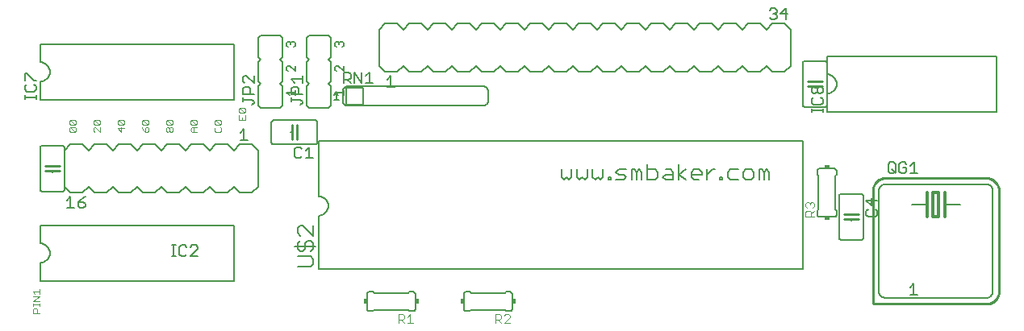
<source format=gto>
G75*
%MOIN*%
%OFA0B0*%
%FSLAX24Y24*%
%IPPOS*%
%LPD*%
%AMOC8*
5,1,8,0,0,1.08239X$1,22.5*
%
%ADD10C,0.0030*%
%ADD11C,0.0060*%
%ADD12C,0.0050*%
%ADD13C,0.0100*%
%ADD14C,0.0120*%
%ADD15C,0.0040*%
%ADD16R,0.0150X0.0200*%
%ADD17R,0.0200X0.0150*%
D10*
X000611Y002195D02*
X000611Y002340D01*
X000660Y002388D01*
X000757Y002388D01*
X000805Y002340D01*
X000805Y002195D01*
X000902Y002195D02*
X000611Y002195D01*
X000611Y002490D02*
X000611Y002586D01*
X000611Y002538D02*
X000902Y002538D01*
X000902Y002490D02*
X000902Y002586D01*
X000902Y002686D02*
X000611Y002686D01*
X000902Y002880D01*
X000611Y002880D01*
X000708Y002981D02*
X000611Y003077D01*
X000902Y003077D01*
X000902Y002981D02*
X000902Y003174D01*
X002160Y009695D02*
X002111Y009743D01*
X002111Y009840D01*
X002160Y009888D01*
X002353Y009695D01*
X002402Y009743D01*
X002402Y009840D01*
X002353Y009888D01*
X002160Y009888D01*
X002160Y009990D02*
X002111Y010038D01*
X002111Y010135D01*
X002160Y010183D01*
X002353Y009990D01*
X002402Y010038D01*
X002402Y010135D01*
X002353Y010183D01*
X002160Y010183D01*
X002160Y009990D02*
X002353Y009990D01*
X002353Y009695D02*
X002160Y009695D01*
X003111Y009743D02*
X003160Y009695D01*
X003111Y009743D02*
X003111Y009840D01*
X003160Y009888D01*
X003208Y009888D01*
X003402Y009695D01*
X003402Y009888D01*
X003353Y009990D02*
X003160Y009990D01*
X003111Y010038D01*
X003111Y010135D01*
X003160Y010183D01*
X003353Y009990D01*
X003402Y010038D01*
X003402Y010135D01*
X003353Y010183D01*
X003160Y010183D01*
X004111Y010135D02*
X004111Y010038D01*
X004160Y009990D01*
X004353Y009990D01*
X004160Y010183D01*
X004353Y010183D01*
X004402Y010135D01*
X004402Y010038D01*
X004353Y009990D01*
X004257Y009888D02*
X004257Y009695D01*
X004111Y009840D01*
X004402Y009840D01*
X004111Y010135D02*
X004160Y010183D01*
X005111Y010135D02*
X005111Y010038D01*
X005160Y009990D01*
X005353Y009990D01*
X005160Y010183D01*
X005353Y010183D01*
X005402Y010135D01*
X005402Y010038D01*
X005353Y009990D01*
X005353Y009888D02*
X005305Y009888D01*
X005257Y009840D01*
X005257Y009695D01*
X005353Y009695D01*
X005402Y009743D01*
X005402Y009840D01*
X005353Y009888D01*
X005160Y009792D02*
X005257Y009695D01*
X005160Y009792D02*
X005111Y009888D01*
X005111Y010135D02*
X005160Y010183D01*
X006111Y010135D02*
X006111Y010038D01*
X006160Y009990D01*
X006353Y009990D01*
X006160Y010183D01*
X006353Y010183D01*
X006402Y010135D01*
X006402Y010038D01*
X006353Y009990D01*
X006353Y009888D02*
X006402Y009840D01*
X006402Y009743D01*
X006353Y009695D01*
X006305Y009695D01*
X006257Y009743D01*
X006257Y009840D01*
X006305Y009888D01*
X006353Y009888D01*
X006257Y009840D02*
X006208Y009888D01*
X006160Y009888D01*
X006111Y009840D01*
X006111Y009743D01*
X006160Y009695D01*
X006208Y009695D01*
X006257Y009743D01*
X007111Y009792D02*
X007208Y009888D01*
X007402Y009888D01*
X007353Y009990D02*
X007160Y010183D01*
X007353Y010183D01*
X007402Y010135D01*
X007402Y010038D01*
X007353Y009990D01*
X007160Y009990D01*
X007111Y010038D01*
X007111Y010135D01*
X007160Y010183D01*
X007257Y009888D02*
X007257Y009695D01*
X007208Y009695D02*
X007111Y009792D01*
X007208Y009695D02*
X007402Y009695D01*
X008111Y009743D02*
X008111Y009840D01*
X008160Y009888D01*
X008160Y009990D02*
X008111Y010038D01*
X008111Y010135D01*
X008160Y010183D01*
X008353Y009990D01*
X008402Y010038D01*
X008402Y010135D01*
X008353Y010183D01*
X008160Y010183D01*
X008160Y009990D02*
X008353Y009990D01*
X008353Y009888D02*
X008402Y009840D01*
X008402Y009743D01*
X008353Y009695D01*
X008160Y009695D01*
X008111Y009743D01*
X009111Y010195D02*
X009402Y010195D01*
X009402Y010388D01*
X009353Y010490D02*
X009160Y010683D01*
X009353Y010683D01*
X009402Y010635D01*
X009402Y010538D01*
X009353Y010490D01*
X009160Y010490D01*
X009111Y010538D01*
X009111Y010635D01*
X009160Y010683D01*
X009111Y010388D02*
X009111Y010195D01*
X009257Y010195D02*
X009257Y010292D01*
X006160Y010183D02*
X006111Y010135D01*
D11*
X006167Y009180D02*
X006667Y009180D01*
X006917Y008930D01*
X007167Y009180D01*
X007667Y009180D01*
X007917Y008930D01*
X008167Y009180D01*
X008667Y009180D01*
X008917Y008930D01*
X009167Y009180D01*
X009667Y009180D01*
X009917Y008930D01*
X009917Y007430D01*
X009667Y007180D01*
X009167Y007180D01*
X008917Y007430D01*
X008667Y007180D01*
X008167Y007180D01*
X007917Y007430D01*
X007667Y007180D01*
X007167Y007180D01*
X006917Y007430D01*
X006667Y007180D01*
X006167Y007180D01*
X005917Y007430D01*
X005667Y007180D01*
X005167Y007180D01*
X004917Y007430D01*
X004667Y007180D01*
X004167Y007180D01*
X003917Y007430D01*
X003667Y007180D01*
X003167Y007180D01*
X002917Y007430D01*
X002667Y007180D01*
X002167Y007180D01*
X001917Y007430D01*
X001917Y008930D01*
X002167Y009180D01*
X002667Y009180D01*
X002917Y008930D01*
X003167Y009180D01*
X003667Y009180D01*
X003917Y008930D01*
X004167Y009180D01*
X004667Y009180D01*
X004917Y008930D01*
X005167Y009180D01*
X005667Y009180D01*
X005917Y008930D01*
X006167Y009180D01*
X009917Y010780D02*
X010017Y010680D01*
X010817Y010680D01*
X010917Y010780D01*
X010917Y011580D01*
X010817Y011680D01*
X010917Y011780D01*
X010917Y012580D01*
X010817Y012680D01*
X010917Y012780D01*
X010917Y013580D01*
X010817Y013680D01*
X010017Y013680D01*
X009917Y013580D01*
X009917Y012780D01*
X010017Y012680D01*
X009917Y012580D01*
X009917Y011780D01*
X010017Y011680D01*
X009917Y011580D01*
X009917Y010780D01*
X008917Y011030D02*
X008917Y013330D01*
X000917Y013330D01*
X000917Y012580D01*
X000956Y012578D01*
X000995Y012572D01*
X001033Y012563D01*
X001070Y012550D01*
X001106Y012533D01*
X001139Y012513D01*
X001171Y012489D01*
X001200Y012463D01*
X001226Y012434D01*
X001250Y012402D01*
X001270Y012369D01*
X001287Y012333D01*
X001300Y012296D01*
X001309Y012258D01*
X001315Y012219D01*
X001317Y012180D01*
X001315Y012141D01*
X001309Y012102D01*
X001300Y012064D01*
X001287Y012027D01*
X001270Y011991D01*
X001250Y011958D01*
X001226Y011926D01*
X001200Y011897D01*
X001171Y011871D01*
X001139Y011847D01*
X001106Y011827D01*
X001070Y011810D01*
X001033Y011797D01*
X000995Y011788D01*
X000956Y011782D01*
X000917Y011780D01*
X000917Y011030D01*
X008917Y011030D01*
X010567Y010180D02*
X012267Y010180D01*
X012284Y010178D01*
X012301Y010174D01*
X012317Y010167D01*
X012331Y010157D01*
X012344Y010144D01*
X012354Y010130D01*
X012361Y010114D01*
X012365Y010097D01*
X012367Y010080D01*
X012367Y009280D01*
X012417Y009330D02*
X012417Y007030D01*
X012456Y007028D01*
X012495Y007022D01*
X012533Y007013D01*
X012570Y007000D01*
X012606Y006983D01*
X012639Y006963D01*
X012671Y006939D01*
X012700Y006913D01*
X012726Y006884D01*
X012750Y006852D01*
X012770Y006819D01*
X012787Y006783D01*
X012800Y006746D01*
X012809Y006708D01*
X012815Y006669D01*
X012817Y006630D01*
X012815Y006591D01*
X012809Y006552D01*
X012800Y006514D01*
X012787Y006477D01*
X012770Y006441D01*
X012750Y006408D01*
X012726Y006376D01*
X012700Y006347D01*
X012671Y006321D01*
X012639Y006297D01*
X012606Y006277D01*
X012570Y006260D01*
X012533Y006247D01*
X012495Y006238D01*
X012456Y006232D01*
X012417Y006230D01*
X012417Y004030D01*
X032417Y004030D01*
X032417Y009330D01*
X012417Y009330D01*
X012367Y009280D02*
X012365Y009263D01*
X012361Y009246D01*
X012354Y009230D01*
X012344Y009216D01*
X012331Y009203D01*
X012317Y009193D01*
X012301Y009186D01*
X012284Y009182D01*
X012267Y009180D01*
X010567Y009180D01*
X010550Y009182D01*
X010533Y009186D01*
X010517Y009193D01*
X010503Y009203D01*
X010490Y009216D01*
X010480Y009230D01*
X010473Y009246D01*
X010469Y009263D01*
X010467Y009280D01*
X010467Y010080D01*
X010469Y010097D01*
X010473Y010114D01*
X010480Y010130D01*
X010490Y010144D01*
X010503Y010157D01*
X010517Y010167D01*
X010533Y010174D01*
X010550Y010178D01*
X010567Y010180D01*
X011267Y009680D02*
X011317Y009680D01*
X011517Y009680D02*
X011567Y009680D01*
X012017Y010680D02*
X011917Y010780D01*
X011917Y011580D01*
X012017Y011680D01*
X011917Y011780D01*
X011917Y012580D01*
X012017Y012680D01*
X011917Y012780D01*
X011917Y013580D01*
X012017Y013680D01*
X012817Y013680D01*
X012917Y013580D01*
X012917Y012780D01*
X012817Y012680D01*
X012917Y012580D01*
X012917Y011780D01*
X012817Y011680D01*
X012917Y011580D01*
X012917Y010780D01*
X012817Y010680D01*
X012017Y010680D01*
X013417Y010980D02*
X013417Y011380D01*
X013419Y011406D01*
X013424Y011432D01*
X013432Y011457D01*
X013444Y011480D01*
X013458Y011502D01*
X013476Y011521D01*
X013495Y011539D01*
X013517Y011553D01*
X013540Y011565D01*
X013565Y011573D01*
X013591Y011578D01*
X013617Y011580D01*
X019217Y011580D01*
X019243Y011578D01*
X019269Y011573D01*
X019294Y011565D01*
X019317Y011553D01*
X019339Y011539D01*
X019358Y011521D01*
X019376Y011502D01*
X019390Y011480D01*
X019402Y011457D01*
X019410Y011432D01*
X019415Y011406D01*
X019417Y011380D01*
X019417Y010980D01*
X019415Y010954D01*
X019410Y010928D01*
X019402Y010903D01*
X019390Y010880D01*
X019376Y010858D01*
X019358Y010839D01*
X019339Y010821D01*
X019317Y010807D01*
X019294Y010795D01*
X019269Y010787D01*
X019243Y010782D01*
X019217Y010780D01*
X013617Y010780D01*
X013567Y010830D02*
X013567Y011530D01*
X014267Y011530D01*
X014267Y010830D01*
X013567Y010830D01*
X013617Y010780D02*
X013591Y010782D01*
X013565Y010787D01*
X013540Y010795D01*
X013517Y010807D01*
X013495Y010821D01*
X013476Y010839D01*
X013458Y010858D01*
X013444Y010880D01*
X013432Y010903D01*
X013424Y010928D01*
X013419Y010954D01*
X013417Y010980D01*
X014917Y012430D02*
X015167Y012180D01*
X015667Y012180D01*
X015917Y012430D01*
X016167Y012180D01*
X016667Y012180D01*
X016917Y012430D01*
X017167Y012180D01*
X017667Y012180D01*
X017917Y012430D01*
X018167Y012180D01*
X018667Y012180D01*
X018917Y012430D01*
X019167Y012180D01*
X019667Y012180D01*
X019917Y012430D01*
X020167Y012180D01*
X020667Y012180D01*
X020917Y012430D01*
X021167Y012180D01*
X021667Y012180D01*
X021917Y012430D01*
X022167Y012180D01*
X022667Y012180D01*
X022917Y012430D01*
X023167Y012180D01*
X023667Y012180D01*
X023917Y012430D01*
X024167Y012180D01*
X024667Y012180D01*
X024917Y012430D01*
X025167Y012180D01*
X025667Y012180D01*
X025917Y012430D01*
X026167Y012180D01*
X026667Y012180D01*
X026917Y012430D01*
X027167Y012180D01*
X027667Y012180D01*
X027917Y012430D01*
X028167Y012180D01*
X028667Y012180D01*
X028917Y012430D01*
X029167Y012180D01*
X029667Y012180D01*
X029917Y012430D01*
X030167Y012180D01*
X030667Y012180D01*
X030917Y012430D01*
X031167Y012180D01*
X031667Y012180D01*
X031917Y012430D01*
X031917Y013930D01*
X031667Y014180D01*
X031167Y014180D01*
X030917Y013930D01*
X030667Y014180D01*
X030167Y014180D01*
X029917Y013930D01*
X029667Y014180D01*
X029167Y014180D01*
X028917Y013930D01*
X028667Y014180D01*
X028167Y014180D01*
X027917Y013930D01*
X027667Y014180D01*
X027167Y014180D01*
X026917Y013930D01*
X026667Y014180D01*
X026167Y014180D01*
X025917Y013930D01*
X025667Y014180D01*
X025167Y014180D01*
X024917Y013930D01*
X024667Y014180D01*
X024167Y014180D01*
X023917Y013930D01*
X023667Y014180D01*
X023167Y014180D01*
X022917Y013930D01*
X022667Y014180D01*
X022167Y014180D01*
X021917Y013930D01*
X021667Y014180D01*
X021167Y014180D01*
X020917Y013930D01*
X020667Y014180D01*
X020167Y014180D01*
X019917Y013930D01*
X019667Y014180D01*
X019167Y014180D01*
X018917Y013930D01*
X018667Y014180D01*
X018167Y014180D01*
X017917Y013930D01*
X017667Y014180D01*
X017167Y014180D01*
X016917Y013930D01*
X016667Y014180D01*
X016167Y014180D01*
X015917Y013930D01*
X015667Y014180D01*
X015167Y014180D01*
X014917Y013930D01*
X014917Y012430D01*
X025992Y008351D02*
X025992Y007710D01*
X026312Y007710D01*
X026419Y007817D01*
X026419Y008030D01*
X026312Y008137D01*
X025992Y008137D01*
X025774Y008030D02*
X025774Y007710D01*
X025561Y007710D02*
X025561Y008030D01*
X025667Y008137D01*
X025774Y008030D01*
X025561Y008030D02*
X025454Y008137D01*
X025347Y008137D01*
X025347Y007710D01*
X025130Y007817D02*
X025023Y007924D01*
X024809Y007924D01*
X024703Y008030D01*
X024809Y008137D01*
X025130Y008137D01*
X025130Y007817D02*
X025023Y007710D01*
X024703Y007710D01*
X024487Y007710D02*
X024380Y007710D01*
X024380Y007817D01*
X024487Y007817D01*
X024487Y007710D01*
X024163Y007817D02*
X024163Y008137D01*
X023736Y008137D02*
X023736Y007817D01*
X023843Y007710D01*
X023949Y007817D01*
X024056Y007710D01*
X024163Y007817D01*
X023518Y007817D02*
X023518Y008137D01*
X023091Y008137D02*
X023091Y007817D01*
X023198Y007710D01*
X023305Y007817D01*
X023411Y007710D01*
X023518Y007817D01*
X022874Y007817D02*
X022874Y008137D01*
X022447Y008137D02*
X022447Y007817D01*
X022553Y007710D01*
X022660Y007817D01*
X022767Y007710D01*
X022874Y007817D01*
X026636Y007817D02*
X026743Y007924D01*
X027063Y007924D01*
X027063Y008030D02*
X027063Y007710D01*
X026743Y007710D01*
X026636Y007817D01*
X026743Y008137D02*
X026957Y008137D01*
X027063Y008030D01*
X027281Y007924D02*
X027601Y008137D01*
X027818Y008030D02*
X027925Y008137D01*
X028138Y008137D01*
X028245Y008030D01*
X028245Y007924D01*
X027818Y007924D01*
X027818Y008030D02*
X027818Y007817D01*
X027925Y007710D01*
X028138Y007710D01*
X028462Y007710D02*
X028462Y008137D01*
X028462Y007924D02*
X028676Y008137D01*
X028783Y008137D01*
X029322Y008030D02*
X029322Y007817D01*
X029429Y007710D01*
X029749Y007710D01*
X029966Y007817D02*
X030073Y007710D01*
X030287Y007710D01*
X030393Y007817D01*
X030393Y008030D01*
X030287Y008137D01*
X030073Y008137D01*
X029966Y008030D01*
X029966Y007817D01*
X029749Y008137D02*
X029429Y008137D01*
X029322Y008030D01*
X029106Y007817D02*
X029106Y007710D01*
X029000Y007710D01*
X029000Y007817D01*
X029106Y007817D01*
X027601Y007710D02*
X027281Y007924D01*
X027281Y007710D02*
X027281Y008351D01*
X030611Y008137D02*
X030611Y007710D01*
X030824Y007710D02*
X030824Y008030D01*
X030931Y008137D01*
X031038Y008030D01*
X031038Y007710D01*
X030824Y008030D02*
X030718Y008137D01*
X030611Y008137D01*
X033017Y008080D02*
X033017Y007930D01*
X033067Y007880D01*
X033067Y006480D01*
X033017Y006430D01*
X033017Y006280D01*
X033019Y006263D01*
X033023Y006246D01*
X033030Y006230D01*
X033040Y006216D01*
X033053Y006203D01*
X033067Y006193D01*
X033083Y006186D01*
X033100Y006182D01*
X033117Y006180D01*
X033717Y006180D01*
X033734Y006182D01*
X033751Y006186D01*
X033767Y006193D01*
X033781Y006203D01*
X033794Y006216D01*
X033804Y006230D01*
X033811Y006246D01*
X033815Y006263D01*
X033817Y006280D01*
X033817Y006430D01*
X033767Y006480D01*
X033767Y007880D01*
X033817Y007930D01*
X033817Y008080D01*
X033815Y008097D01*
X033811Y008114D01*
X033804Y008130D01*
X033794Y008144D01*
X033781Y008157D01*
X033767Y008167D01*
X033751Y008174D01*
X033734Y008178D01*
X033717Y008180D01*
X033117Y008180D01*
X033100Y008178D01*
X033083Y008174D01*
X033067Y008167D01*
X033053Y008157D01*
X033040Y008144D01*
X033030Y008130D01*
X033023Y008114D01*
X033019Y008097D01*
X033017Y008080D01*
X034017Y007130D02*
X034817Y007130D01*
X034834Y007128D01*
X034851Y007124D01*
X034867Y007117D01*
X034881Y007107D01*
X034894Y007094D01*
X034904Y007080D01*
X034911Y007064D01*
X034915Y007047D01*
X034917Y007030D01*
X034917Y005330D01*
X034915Y005313D01*
X034911Y005296D01*
X034904Y005280D01*
X034894Y005266D01*
X034881Y005253D01*
X034867Y005243D01*
X034851Y005236D01*
X034834Y005232D01*
X034817Y005230D01*
X034017Y005230D01*
X034000Y005232D01*
X033983Y005236D01*
X033967Y005243D01*
X033953Y005253D01*
X033940Y005266D01*
X033930Y005280D01*
X033923Y005296D01*
X033919Y005313D01*
X033917Y005330D01*
X033917Y007030D01*
X033919Y007047D01*
X033923Y007064D01*
X033930Y007080D01*
X033940Y007094D01*
X033953Y007107D01*
X033967Y007117D01*
X033983Y007124D01*
X034000Y007128D01*
X034017Y007130D01*
X035567Y007280D02*
X035567Y003080D01*
X035569Y003050D01*
X035574Y003020D01*
X035583Y002991D01*
X035596Y002964D01*
X035611Y002938D01*
X035630Y002914D01*
X035651Y002893D01*
X035675Y002874D01*
X035701Y002859D01*
X035728Y002846D01*
X035757Y002837D01*
X035787Y002832D01*
X035817Y002830D01*
X040017Y002830D01*
X040047Y002832D01*
X040077Y002837D01*
X040106Y002846D01*
X040133Y002859D01*
X040159Y002874D01*
X040183Y002893D01*
X040204Y002914D01*
X040223Y002938D01*
X040238Y002964D01*
X040251Y002991D01*
X040260Y003020D01*
X040265Y003050D01*
X040267Y003080D01*
X040267Y007280D01*
X040265Y007310D01*
X040260Y007340D01*
X040251Y007369D01*
X040238Y007396D01*
X040223Y007422D01*
X040204Y007446D01*
X040183Y007467D01*
X040159Y007486D01*
X040133Y007501D01*
X040106Y007514D01*
X040077Y007523D01*
X040047Y007528D01*
X040017Y007530D01*
X035817Y007530D01*
X035787Y007528D01*
X035757Y007523D01*
X035728Y007514D01*
X035701Y007501D01*
X035675Y007486D01*
X035651Y007467D01*
X035630Y007446D01*
X035611Y007422D01*
X035596Y007396D01*
X035583Y007369D01*
X035574Y007340D01*
X035569Y007310D01*
X035567Y007280D01*
X036917Y006680D02*
X037547Y006680D01*
X038287Y006680D02*
X038917Y006680D01*
X034417Y006330D02*
X034417Y006280D01*
X034417Y006080D02*
X034417Y006030D01*
X033417Y010530D02*
X033417Y011280D01*
X032917Y011530D02*
X032917Y011580D01*
X033417Y011280D02*
X033456Y011282D01*
X033495Y011288D01*
X033533Y011297D01*
X033570Y011310D01*
X033606Y011327D01*
X033639Y011347D01*
X033671Y011371D01*
X033700Y011397D01*
X033726Y011426D01*
X033750Y011458D01*
X033770Y011491D01*
X033787Y011527D01*
X033800Y011564D01*
X033809Y011602D01*
X033815Y011641D01*
X033817Y011680D01*
X033815Y011719D01*
X033809Y011758D01*
X033800Y011796D01*
X033787Y011833D01*
X033770Y011869D01*
X033750Y011902D01*
X033726Y011934D01*
X033700Y011963D01*
X033671Y011989D01*
X033639Y012013D01*
X033606Y012033D01*
X033570Y012050D01*
X033533Y012063D01*
X033495Y012072D01*
X033456Y012078D01*
X033417Y012080D01*
X033417Y012830D01*
X040417Y012830D01*
X040417Y010530D01*
X033417Y010530D01*
X033317Y010730D02*
X032517Y010730D01*
X032500Y010732D01*
X032483Y010736D01*
X032467Y010743D01*
X032453Y010753D01*
X032440Y010766D01*
X032430Y010780D01*
X032423Y010796D01*
X032419Y010813D01*
X032417Y010830D01*
X032417Y012530D01*
X032419Y012547D01*
X032423Y012564D01*
X032430Y012580D01*
X032440Y012594D01*
X032453Y012607D01*
X032467Y012617D01*
X032483Y012624D01*
X032500Y012628D01*
X032517Y012630D01*
X033317Y012630D01*
X033334Y012628D01*
X033351Y012624D01*
X033367Y012617D01*
X033381Y012607D01*
X033394Y012594D01*
X033404Y012580D01*
X033411Y012564D01*
X033415Y012547D01*
X033417Y012530D01*
X033417Y010830D01*
X033415Y010813D01*
X033411Y010796D01*
X033404Y010780D01*
X033394Y010766D01*
X033381Y010753D01*
X033367Y010743D01*
X033351Y010736D01*
X033334Y010732D01*
X033317Y010730D01*
X032917Y011780D02*
X032917Y011830D01*
X012187Y005826D02*
X012187Y005399D01*
X011760Y005826D01*
X011653Y005826D01*
X011546Y005719D01*
X011546Y005506D01*
X011653Y005399D01*
X011653Y005182D02*
X011546Y005075D01*
X011546Y004861D01*
X011653Y004755D01*
X011760Y004755D01*
X011866Y004861D01*
X011866Y005075D01*
X011973Y005182D01*
X012080Y005182D01*
X012187Y005075D01*
X012187Y004861D01*
X012080Y004755D01*
X012080Y004537D02*
X011546Y004537D01*
X012080Y004537D02*
X012187Y004430D01*
X012187Y004217D01*
X012080Y004110D01*
X011546Y004110D01*
X011439Y004968D02*
X012293Y004968D01*
X008917Y005830D02*
X008917Y003530D01*
X000917Y003530D01*
X000917Y004280D01*
X000956Y004282D01*
X000995Y004288D01*
X001033Y004297D01*
X001070Y004310D01*
X001106Y004327D01*
X001139Y004347D01*
X001171Y004371D01*
X001200Y004397D01*
X001226Y004426D01*
X001250Y004458D01*
X001270Y004491D01*
X001287Y004527D01*
X001300Y004564D01*
X001309Y004602D01*
X001315Y004641D01*
X001317Y004680D01*
X001315Y004719D01*
X001309Y004758D01*
X001300Y004796D01*
X001287Y004833D01*
X001270Y004869D01*
X001250Y004902D01*
X001226Y004934D01*
X001200Y004963D01*
X001171Y004989D01*
X001139Y005013D01*
X001106Y005033D01*
X001070Y005050D01*
X001033Y005063D01*
X000995Y005072D01*
X000956Y005078D01*
X000917Y005080D01*
X000917Y005830D01*
X008917Y005830D01*
X001917Y007330D02*
X001917Y009030D01*
X001915Y009047D01*
X001911Y009064D01*
X001904Y009080D01*
X001894Y009094D01*
X001881Y009107D01*
X001867Y009117D01*
X001851Y009124D01*
X001834Y009128D01*
X001817Y009130D01*
X001017Y009130D01*
X001000Y009128D01*
X000983Y009124D01*
X000967Y009117D01*
X000953Y009107D01*
X000940Y009094D01*
X000930Y009080D01*
X000923Y009064D01*
X000919Y009047D01*
X000917Y009030D01*
X000917Y007330D01*
X000919Y007313D01*
X000923Y007296D01*
X000930Y007280D01*
X000940Y007266D01*
X000953Y007253D01*
X000967Y007243D01*
X000983Y007236D01*
X001000Y007232D01*
X001017Y007230D01*
X001817Y007230D01*
X001834Y007232D01*
X001851Y007236D01*
X001867Y007243D01*
X001881Y007253D01*
X001894Y007266D01*
X001904Y007280D01*
X001911Y007296D01*
X001915Y007313D01*
X001917Y007330D01*
X001417Y008030D02*
X001417Y008080D01*
X001417Y008280D02*
X001417Y008330D01*
X014517Y003080D02*
X014667Y003080D01*
X014717Y003030D01*
X016117Y003030D01*
X016167Y003080D01*
X016317Y003080D01*
X016334Y003078D01*
X016351Y003074D01*
X016367Y003067D01*
X016381Y003057D01*
X016394Y003044D01*
X016404Y003030D01*
X016411Y003014D01*
X016415Y002997D01*
X016417Y002980D01*
X016417Y002380D01*
X016415Y002363D01*
X016411Y002346D01*
X016404Y002330D01*
X016394Y002316D01*
X016381Y002303D01*
X016367Y002293D01*
X016351Y002286D01*
X016334Y002282D01*
X016317Y002280D01*
X016167Y002280D01*
X016117Y002330D01*
X014717Y002330D01*
X014667Y002280D01*
X014517Y002280D01*
X014500Y002282D01*
X014483Y002286D01*
X014467Y002293D01*
X014453Y002303D01*
X014440Y002316D01*
X014430Y002330D01*
X014423Y002346D01*
X014419Y002363D01*
X014417Y002380D01*
X014417Y002980D01*
X014419Y002997D01*
X014423Y003014D01*
X014430Y003030D01*
X014440Y003044D01*
X014453Y003057D01*
X014467Y003067D01*
X014483Y003074D01*
X014500Y003078D01*
X014517Y003080D01*
X018417Y002980D02*
X018417Y002380D01*
X018419Y002363D01*
X018423Y002346D01*
X018430Y002330D01*
X018440Y002316D01*
X018453Y002303D01*
X018467Y002293D01*
X018483Y002286D01*
X018500Y002282D01*
X018517Y002280D01*
X018667Y002280D01*
X018717Y002330D01*
X020117Y002330D01*
X020167Y002280D01*
X020317Y002280D01*
X020334Y002282D01*
X020351Y002286D01*
X020367Y002293D01*
X020381Y002303D01*
X020394Y002316D01*
X020404Y002330D01*
X020411Y002346D01*
X020415Y002363D01*
X020417Y002380D01*
X020417Y002980D01*
X020415Y002997D01*
X020411Y003014D01*
X020404Y003030D01*
X020394Y003044D01*
X020381Y003057D01*
X020367Y003067D01*
X020351Y003074D01*
X020334Y003078D01*
X020317Y003080D01*
X020167Y003080D01*
X020117Y003030D01*
X018717Y003030D01*
X018667Y003080D01*
X018517Y003080D01*
X018500Y003078D01*
X018483Y003074D01*
X018467Y003067D01*
X018453Y003057D01*
X018440Y003044D01*
X018430Y003030D01*
X018423Y003014D01*
X018419Y002997D01*
X018417Y002980D01*
D12*
X007432Y004555D02*
X007131Y004555D01*
X007432Y004855D01*
X007432Y004930D01*
X007356Y005005D01*
X007206Y005005D01*
X007131Y004930D01*
X006971Y004930D02*
X006896Y005005D01*
X006746Y005005D01*
X006671Y004930D01*
X006671Y004630D01*
X006746Y004555D01*
X006896Y004555D01*
X006971Y004630D01*
X006514Y004555D02*
X006364Y004555D01*
X006439Y004555D02*
X006439Y005005D01*
X006364Y005005D02*
X006514Y005005D01*
X002782Y006630D02*
X002782Y006705D01*
X002706Y006780D01*
X002481Y006780D01*
X002481Y006630D01*
X002556Y006555D01*
X002706Y006555D01*
X002782Y006630D01*
X002631Y006930D02*
X002481Y006780D01*
X002631Y006930D02*
X002782Y007005D01*
X002171Y007005D02*
X002171Y006555D01*
X002021Y006555D02*
X002321Y006555D01*
X002021Y006855D02*
X002171Y007005D01*
X009181Y009355D02*
X009482Y009355D01*
X009331Y009355D02*
X009331Y009805D01*
X009181Y009655D01*
X011421Y008980D02*
X011421Y008680D01*
X011496Y008605D01*
X011646Y008605D01*
X011721Y008680D01*
X011881Y008605D02*
X012182Y008605D01*
X012031Y008605D02*
X012031Y009055D01*
X011881Y008905D01*
X011721Y008980D02*
X011646Y009055D01*
X011496Y009055D01*
X011421Y008980D01*
X011667Y010805D02*
X011742Y010880D01*
X011742Y010955D01*
X011667Y011030D01*
X011291Y011030D01*
X011291Y010955D02*
X011291Y011105D01*
X011215Y011205D02*
X011101Y011318D01*
X011442Y011318D01*
X011442Y011205D02*
X011442Y011432D01*
X011516Y011566D02*
X011366Y011566D01*
X011291Y011491D01*
X011291Y011265D01*
X011742Y011265D01*
X011592Y011265D02*
X011592Y011491D01*
X011516Y011566D01*
X011441Y011726D02*
X011291Y011876D01*
X011742Y011876D01*
X011742Y011726D02*
X011742Y012026D01*
X011442Y012205D02*
X011215Y012432D01*
X011158Y012432D01*
X011101Y012375D01*
X011101Y012262D01*
X011158Y012205D01*
X011442Y012205D02*
X011442Y012432D01*
X013101Y012375D02*
X013101Y012262D01*
X013158Y012205D01*
X013101Y012375D02*
X013158Y012432D01*
X013215Y012432D01*
X013442Y012205D01*
X013442Y012432D01*
X013442Y012155D02*
X013667Y012155D01*
X013742Y012080D01*
X013742Y011930D01*
X013667Y011855D01*
X013442Y011855D01*
X013592Y011855D02*
X013742Y011705D01*
X013902Y011705D02*
X013902Y012155D01*
X014202Y011705D01*
X014202Y012155D01*
X014362Y012005D02*
X014513Y012155D01*
X014513Y011705D01*
X014663Y011705D02*
X014362Y011705D01*
X013442Y011705D02*
X013442Y012155D01*
X013442Y011432D02*
X013442Y011205D01*
X013442Y011318D02*
X013101Y011318D01*
X013215Y011205D01*
X013155Y011345D02*
X013155Y011005D01*
X013042Y011005D02*
X013269Y011005D01*
X013042Y011232D02*
X013155Y011345D01*
X015242Y011555D02*
X015542Y011555D01*
X015392Y011555D02*
X015392Y012005D01*
X015242Y011855D01*
X013442Y013262D02*
X013385Y013205D01*
X013442Y013262D02*
X013442Y013375D01*
X013385Y013432D01*
X013328Y013432D01*
X013272Y013375D01*
X013272Y013318D01*
X013272Y013375D02*
X013215Y013432D01*
X013158Y013432D01*
X013101Y013375D01*
X013101Y013262D01*
X013158Y013205D01*
X011442Y013262D02*
X011385Y013205D01*
X011442Y013262D02*
X011442Y013375D01*
X011385Y013432D01*
X011328Y013432D01*
X011272Y013375D01*
X011272Y013318D01*
X011272Y013375D02*
X011215Y013432D01*
X011158Y013432D01*
X011101Y013375D01*
X011101Y013262D01*
X011158Y013205D01*
X009742Y012026D02*
X009742Y011726D01*
X009441Y012026D01*
X009366Y012026D01*
X009291Y011951D01*
X009291Y011801D01*
X009366Y011726D01*
X009366Y011566D02*
X009516Y011566D01*
X009592Y011491D01*
X009592Y011265D01*
X009742Y011265D02*
X009291Y011265D01*
X009291Y011491D01*
X009366Y011566D01*
X009291Y011105D02*
X009291Y010955D01*
X009291Y011030D02*
X009667Y011030D01*
X009742Y010955D01*
X009742Y010880D01*
X009667Y010805D01*
X000742Y011055D02*
X000742Y011205D01*
X000742Y011130D02*
X000291Y011130D01*
X000291Y011055D02*
X000291Y011205D01*
X000366Y011362D02*
X000667Y011362D01*
X000742Y011437D01*
X000742Y011587D01*
X000667Y011662D01*
X000667Y011822D02*
X000742Y011822D01*
X000667Y011822D02*
X000366Y012123D01*
X000291Y012123D01*
X000291Y011822D01*
X000366Y011662D02*
X000291Y011587D01*
X000291Y011437D01*
X000366Y011362D01*
X031042Y014430D02*
X031117Y014355D01*
X031267Y014355D01*
X031342Y014430D01*
X031342Y014505D01*
X031267Y014580D01*
X031192Y014580D01*
X031267Y014580D02*
X031342Y014655D01*
X031342Y014730D01*
X031267Y014805D01*
X031117Y014805D01*
X031042Y014730D01*
X031502Y014580D02*
X031802Y014580D01*
X031727Y014355D02*
X031727Y014805D01*
X031502Y014580D01*
X032866Y011573D02*
X032941Y011573D01*
X033016Y011498D01*
X033016Y011347D01*
X032941Y011272D01*
X032866Y011272D01*
X032791Y011347D01*
X032791Y011498D01*
X032866Y011573D01*
X033016Y011498D02*
X033092Y011573D01*
X033167Y011573D01*
X033242Y011498D01*
X033242Y011347D01*
X033167Y011272D01*
X033092Y011272D01*
X033016Y011347D01*
X032866Y011112D02*
X032791Y011037D01*
X032791Y010887D01*
X032866Y010812D01*
X033167Y010812D01*
X033242Y010887D01*
X033242Y011037D01*
X033167Y011112D01*
X033242Y010655D02*
X033242Y010505D01*
X033242Y010580D02*
X032791Y010580D01*
X032791Y010505D02*
X032791Y010655D01*
X035942Y008370D02*
X036017Y008445D01*
X036167Y008445D01*
X036242Y008370D01*
X036242Y008070D01*
X036167Y007995D01*
X036017Y007995D01*
X035942Y008070D01*
X035942Y008370D01*
X036402Y008370D02*
X036402Y008070D01*
X036477Y007995D01*
X036627Y007995D01*
X036702Y008070D01*
X036702Y008220D01*
X036552Y008220D01*
X036402Y008370D02*
X036477Y008445D01*
X036627Y008445D01*
X036702Y008370D01*
X036862Y008295D02*
X037013Y008445D01*
X037013Y007995D01*
X037163Y007995D02*
X036862Y007995D01*
X036242Y007995D02*
X036092Y008145D01*
X035266Y006945D02*
X035266Y006645D01*
X035041Y006870D01*
X035492Y006870D01*
X035417Y006484D02*
X035492Y006409D01*
X035492Y006259D01*
X035417Y006184D01*
X035116Y006184D01*
X035041Y006259D01*
X035041Y006409D01*
X035116Y006484D01*
X036992Y003405D02*
X036992Y002955D01*
X036842Y002955D02*
X037142Y002955D01*
X036842Y003255D02*
X036992Y003405D01*
D13*
X035317Y002580D02*
X035317Y007280D01*
X035319Y007324D01*
X035325Y007367D01*
X035334Y007409D01*
X035347Y007451D01*
X035364Y007491D01*
X035384Y007530D01*
X035407Y007567D01*
X035434Y007601D01*
X035463Y007634D01*
X035496Y007663D01*
X035530Y007690D01*
X035567Y007713D01*
X035606Y007733D01*
X035646Y007750D01*
X035688Y007763D01*
X035730Y007772D01*
X035773Y007778D01*
X035817Y007780D01*
X040017Y007780D01*
X040061Y007778D01*
X040104Y007772D01*
X040146Y007763D01*
X040188Y007750D01*
X040228Y007733D01*
X040267Y007713D01*
X040304Y007690D01*
X040338Y007663D01*
X040371Y007634D01*
X040400Y007601D01*
X040427Y007567D01*
X040450Y007530D01*
X040470Y007491D01*
X040487Y007451D01*
X040500Y007409D01*
X040509Y007367D01*
X040515Y007324D01*
X040517Y007280D01*
X040517Y003080D01*
X040515Y003036D01*
X040509Y002993D01*
X040500Y002951D01*
X040487Y002909D01*
X040470Y002869D01*
X040450Y002830D01*
X040427Y002793D01*
X040400Y002759D01*
X040371Y002726D01*
X040338Y002697D01*
X040304Y002670D01*
X040267Y002647D01*
X040228Y002627D01*
X040188Y002610D01*
X040146Y002597D01*
X040104Y002588D01*
X040061Y002582D01*
X040017Y002580D01*
X035317Y002580D01*
X034717Y006080D02*
X034417Y006080D01*
X034117Y006080D01*
X034117Y006280D02*
X034417Y006280D01*
X034717Y006280D01*
X033217Y011580D02*
X032917Y011580D01*
X032617Y011580D01*
X032617Y011780D02*
X032917Y011780D01*
X033217Y011780D01*
X011517Y009980D02*
X011517Y009680D01*
X011517Y009380D01*
X011317Y009380D02*
X011317Y009680D01*
X011317Y009980D01*
X001717Y008280D02*
X001417Y008280D01*
X001117Y008280D01*
X001117Y008080D02*
X001417Y008080D01*
X001717Y008080D01*
D14*
X037547Y007180D02*
X037547Y006680D01*
X037547Y006180D01*
X037787Y006180D02*
X038037Y006180D01*
X038037Y007180D01*
X037787Y007180D01*
X037787Y006180D01*
X038287Y006180D02*
X038287Y006680D01*
X038287Y007180D01*
D15*
X032887Y006734D02*
X032887Y006617D01*
X032828Y006559D01*
X032887Y006434D02*
X032770Y006317D01*
X032770Y006375D02*
X032770Y006200D01*
X032887Y006200D02*
X032536Y006200D01*
X032536Y006375D01*
X032595Y006434D01*
X032712Y006434D01*
X032770Y006375D01*
X032595Y006559D02*
X032536Y006617D01*
X032536Y006734D01*
X032595Y006793D01*
X032653Y006793D01*
X032712Y006734D01*
X032770Y006793D01*
X032828Y006793D01*
X032887Y006734D01*
X032712Y006734D02*
X032712Y006676D01*
X020311Y002092D02*
X020253Y002150D01*
X020136Y002150D01*
X020078Y002092D01*
X019952Y002092D02*
X019952Y001975D01*
X019894Y001917D01*
X019718Y001917D01*
X019718Y001800D02*
X019718Y002150D01*
X019894Y002150D01*
X019952Y002092D01*
X019835Y001917D02*
X019952Y001800D01*
X020078Y001800D02*
X020311Y002034D01*
X020311Y002092D01*
X020311Y001800D02*
X020078Y001800D01*
X016311Y001800D02*
X016078Y001800D01*
X016194Y001800D02*
X016194Y002150D01*
X016078Y002034D01*
X015952Y002092D02*
X015894Y002150D01*
X015718Y002150D01*
X015718Y001800D01*
X015718Y001917D02*
X015894Y001917D01*
X015952Y001975D01*
X015952Y002092D01*
X015835Y001917D02*
X015952Y001800D01*
D16*
X016492Y002680D03*
X018342Y002680D03*
X020492Y002680D03*
X014342Y002680D03*
D17*
X033417Y006105D03*
X033417Y008255D03*
M02*

</source>
